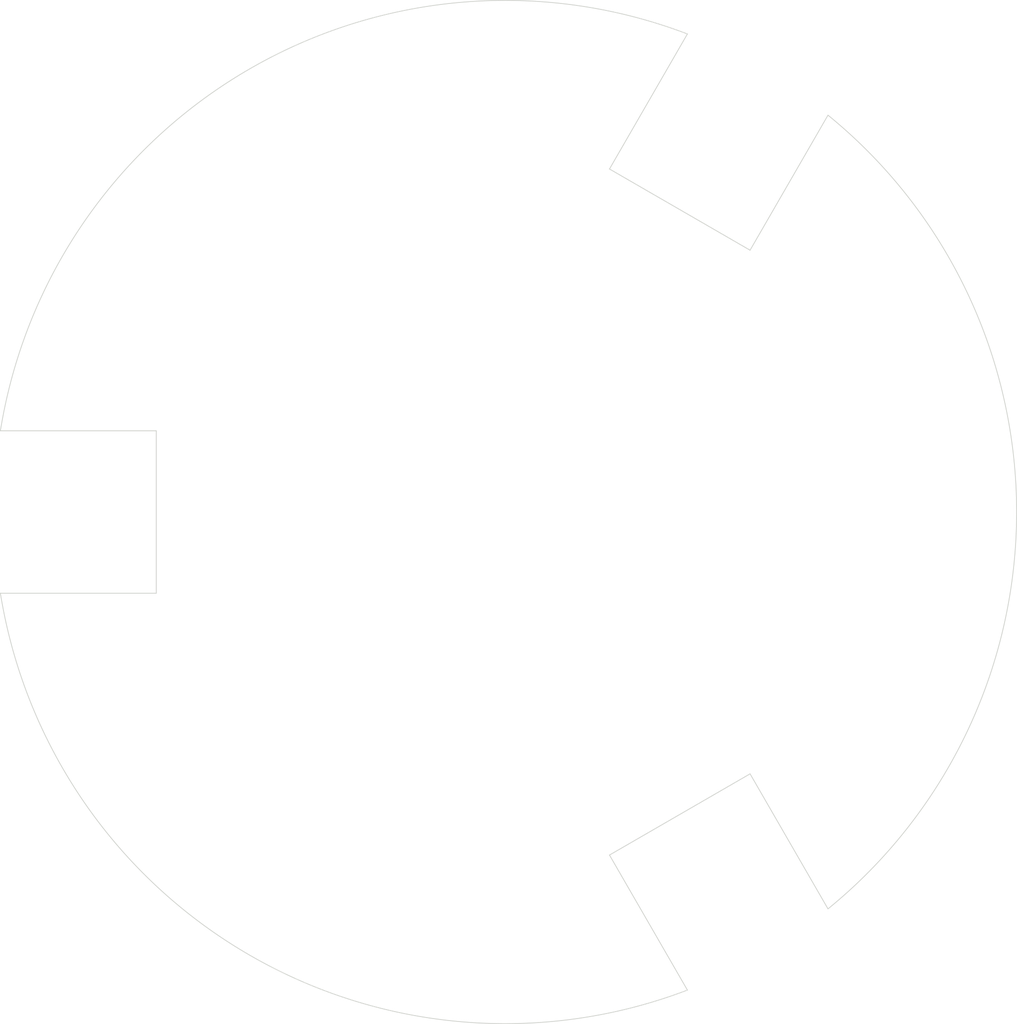
<source format=kicad_pcb>
(kicad_pcb (version 20221018) (generator pcbnew)

  (general
    (thickness 1.6)
  )

  (paper "A4")
  (layers
    (0 "F.Cu" signal)
    (31 "B.Cu" signal)
    (32 "B.Adhes" user "B.Adhesive")
    (33 "F.Adhes" user "F.Adhesive")
    (34 "B.Paste" user)
    (35 "F.Paste" user)
    (36 "B.SilkS" user "B.Silkscreen")
    (37 "F.SilkS" user "F.Silkscreen")
    (38 "B.Mask" user)
    (39 "F.Mask" user)
    (40 "Dwgs.User" user "User.Drawings")
    (41 "Cmts.User" user "User.Comments")
    (42 "Eco1.User" user "User.Eco1")
    (43 "Eco2.User" user "User.Eco2")
    (44 "Edge.Cuts" user)
    (45 "Margin" user)
    (46 "B.CrtYd" user "B.Courtyard")
    (47 "F.CrtYd" user "F.Courtyard")
    (48 "B.Fab" user)
    (49 "F.Fab" user)
    (50 "User.1" user)
    (51 "User.2" user)
    (52 "User.3" user)
    (53 "User.4" user)
    (54 "User.5" user)
    (55 "User.6" user)
    (56 "User.7" user)
    (57 "User.8" user)
    (58 "User.9" user)
  )

  (setup
    (stackup
      (layer "F.SilkS" (type "Top Silk Screen"))
      (layer "F.Paste" (type "Top Solder Paste"))
      (layer "F.Mask" (type "Top Solder Mask") (thickness 0.01))
      (layer "F.Cu" (type "copper") (thickness 0.035))
      (layer "dielectric 1" (type "core") (thickness 1.51) (material "FR4") (epsilon_r 4.5) (loss_tangent 0.02))
      (layer "B.Cu" (type "copper") (thickness 0.035))
      (layer "B.Mask" (type "Bottom Solder Mask") (thickness 0.01))
      (layer "B.Paste" (type "Bottom Solder Paste"))
      (layer "B.SilkS" (type "Bottom Silk Screen"))
      (copper_finish "None")
      (dielectric_constraints no)
    )
    (pad_to_mask_clearance 0)
    (pcbplotparams
      (layerselection 0x00010fc_ffffffff)
      (plot_on_all_layers_selection 0x0000000_00000000)
      (disableapertmacros false)
      (usegerberextensions false)
      (usegerberattributes true)
      (usegerberadvancedattributes true)
      (creategerberjobfile true)
      (dashed_line_dash_ratio 12.000000)
      (dashed_line_gap_ratio 3.000000)
      (svgprecision 4)
      (plotframeref false)
      (viasonmask false)
      (mode 1)
      (useauxorigin false)
      (hpglpennumber 1)
      (hpglpenspeed 20)
      (hpglpendiameter 15.000000)
      (dxfpolygonmode true)
      (dxfimperialunits true)
      (dxfusepcbnewfont true)
      (psnegative false)
      (psa4output false)
      (plotreference true)
      (plotvalue true)
      (plotinvisibletext false)
      (sketchpadsonfab false)
      (subtractmaskfromsilk false)
      (outputformat 1)
      (mirror false)
      (drillshape 1)
      (scaleselection 1)
      (outputdirectory "")
    )
  )

  (net 0 "")

  (gr_line (start 158.861032 44.280907) (end 176.18154 54.280907)
    (stroke (width 0.1) (type default)) (layer "Edge.Cuts") (tstamp 0283dc64-3b22-4f5b-9dbd-9b3f80a14f04))
  (gr_arc (start 83.820001 76.52) (mid 114.521287 31.9604) (end 168.461675 27.652107)
    (stroke (width 0.1) (type default)) (layer "Edge.Cuts") (tstamp 2140352a-16df-40ff-98ca-050597fdaf5d))
  (gr_arc (start 185.782182 37.652107) (mid 209.021285 86.52) (end 185.782182 135.387893)
    (stroke (width 0.1) (type default)) (layer "Edge.Cuts") (tstamp 2153f991-5331-4000-9128-4755988e9739))
  (gr_line (start 168.461675 145.387894) (end 158.861032 128.759093)
    (stroke (width 0.1) (type default)) (layer "Edge.Cuts") (tstamp 324e439f-0c73-4bf4-84c2-a7ae0bf25f29))
  (gr_line (start 168.461675 27.652106) (end 158.861032 44.280907)
    (stroke (width 0.1) (type default)) (layer "Edge.Cuts") (tstamp 566cb511-8ca1-4950-8446-d0992c8a7046))
  (gr_line (start 158.861032 128.759093) (end 176.18154 118.759093)
    (stroke (width 0.1) (type default)) (layer "Edge.Cuts") (tstamp 5c95fe95-b7ca-4030-9398-9a7c9095dcdc))
  (gr_line (start 83.82 76.52) (end 103.021285 76.52)
    (stroke (width 0.1) (type default)) (layer "Edge.Cuts") (tstamp 7cf8d761-44de-443a-99f8-072f92f8ecc4))
  (gr_line (start 103.021285 76.52) (end 103.021285 96.52)
    (stroke (width 0.1) (type default)) (layer "Edge.Cuts") (tstamp 7eee7985-a1f6-44eb-a80c-2f1107d8e75c))
  (gr_line (start 103.021285 96.52) (end 83.82 96.52)
    (stroke (width 0.1) (type default)) (layer "Edge.Cuts") (tstamp 94fad7ea-7423-4360-8fd4-1564fc84e281))
  (gr_line (start 176.18154 118.759093) (end 185.782183 135.387894)
    (stroke (width 0.1) (type default)) (layer "Edge.Cuts") (tstamp 9fc4f3d3-949c-4f0f-bead-941778e5c048))
  (gr_line (start 185.782182 37.652107) (end 176.18154 54.280907)
    (stroke (width 0.1) (type default)) (layer "Edge.Cuts") (tstamp b43930bf-cb05-45d8-a04e-4fc730f358db))
  (gr_arc (start 168.461675 145.387893) (mid 114.521287 141.0796) (end 83.820001 96.52)
    (stroke (width 0.1) (type default)) (layer "Edge.Cuts") (tstamp b54ffd43-cc24-4dcc-87e8-7182c4a5f75c))

)

</source>
